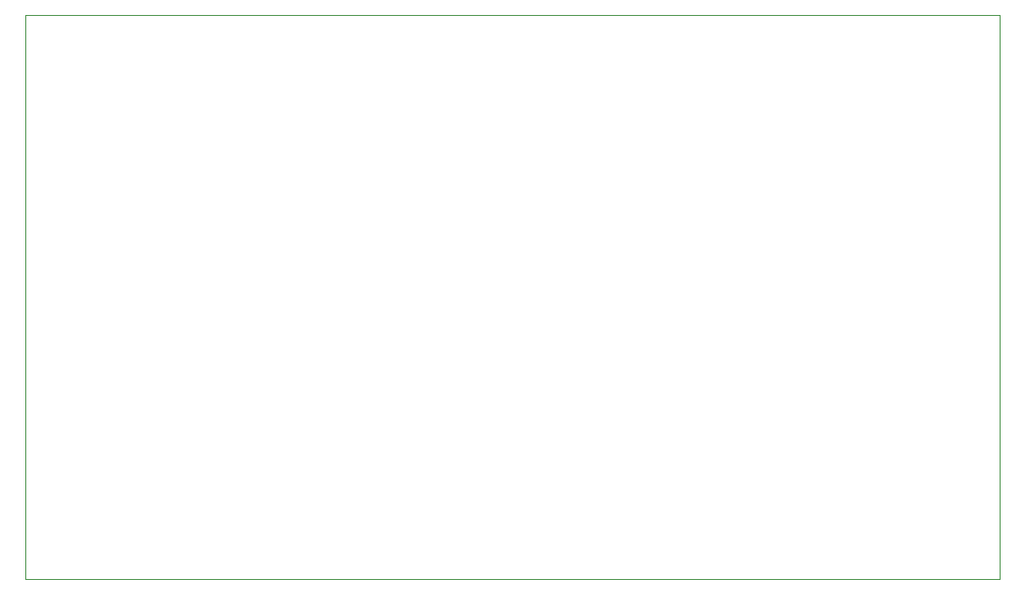
<source format=gbr>
%TF.GenerationSoftware,KiCad,Pcbnew,9.0.1*%
%TF.CreationDate,2025-07-17T11:26:47-03:00*%
%TF.ProjectId,Monitor Atom,4d6f6e69-746f-4722-9041-746f6d2e6b69,rev?*%
%TF.SameCoordinates,Original*%
%TF.FileFunction,Profile,NP*%
%FSLAX46Y46*%
G04 Gerber Fmt 4.6, Leading zero omitted, Abs format (unit mm)*
G04 Created by KiCad (PCBNEW 9.0.1) date 2025-07-17 11:26:47*
%MOMM*%
%LPD*%
G01*
G04 APERTURE LIST*
%TA.AperFunction,Profile*%
%ADD10C,0.100000*%
%TD*%
G04 APERTURE END LIST*
D10*
X100500000Y-79000000D02*
X188500000Y-79000000D01*
X188500000Y-130000000D01*
X100500000Y-130000000D01*
X100500000Y-79000000D01*
M02*

</source>
